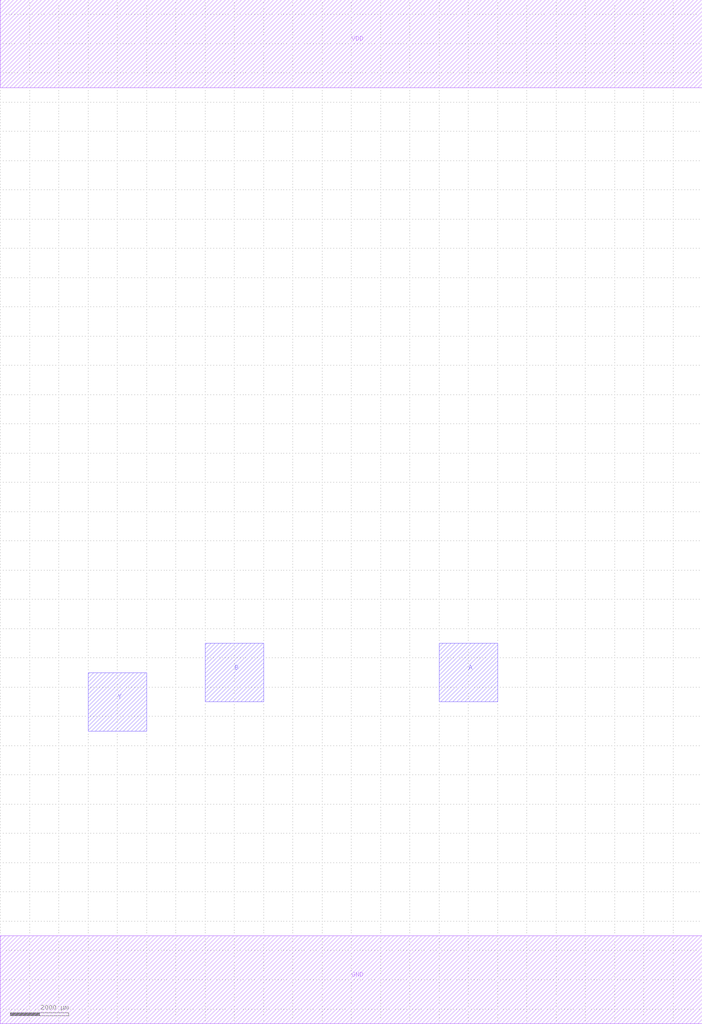
<source format=lef>
MACRO NAND2X1
 CLASS CORE ;
 ORIGIN 0 0 ;
 FOREIGN NAND2X1 0 0 ;
 SITE CORE ;
 SYMMETRY X Y R90 ;
  PIN VDD
   DIRECTION INOUT ;
   USE SIGNAL ;
   SHAPE ABUTMENT ;
    PORT
     CLASS CORE ;
       LAYER metal1 ;
        RECT 0.00000000 30500.00000000 24000.00000000 33500.00000000 ;
    END
  END VDD

  PIN GND
   DIRECTION INOUT ;
   USE SIGNAL ;
   SHAPE ABUTMENT ;
    PORT
     CLASS CORE ;
       LAYER metal1 ;
        RECT 0.00000000 -1500.00000000 24000.00000000 1500.00000000 ;
    END
  END GND

  PIN B
   DIRECTION INOUT ;
   USE SIGNAL ;
   SHAPE ABUTMENT ;
    PORT
     CLASS CORE ;
       LAYER metal2 ;
        RECT 7000.00000000 9500.00000000 9000.00000000 11500.00000000 ;
    END
  END B

  PIN A
   DIRECTION INOUT ;
   USE SIGNAL ;
   SHAPE ABUTMENT ;
    PORT
     CLASS CORE ;
       LAYER metal2 ;
        RECT 15000.00000000 9500.00000000 17000.00000000 11500.00000000 ;
    END
  END A

  PIN Y
   DIRECTION INOUT ;
   USE SIGNAL ;
   SHAPE ABUTMENT ;
    PORT
     CLASS CORE ;
       LAYER metal2 ;
        RECT 3000.00000000 8500.00000000 5000.00000000 10500.00000000 ;
    END
  END Y


END NAND2X1

</source>
